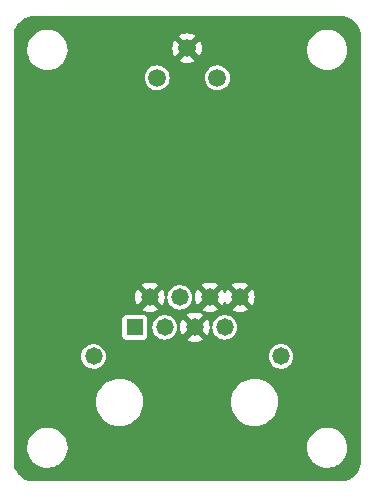
<source format=gbl>
%TF.GenerationSoftware,KiCad,Pcbnew,(6.0.4-0)*%
%TF.CreationDate,2022-07-19T19:10:53-04:00*%
%TF.ProjectId,PhotodiodeTIAVoltageReg,50686f74-6f64-4696-9f64-65544941566f,v01*%
%TF.SameCoordinates,Original*%
%TF.FileFunction,Copper,L2,Bot*%
%TF.FilePolarity,Positive*%
%FSLAX46Y46*%
G04 Gerber Fmt 4.6, Leading zero omitted, Abs format (unit mm)*
G04 Created by KiCad (PCBNEW (6.0.4-0)) date 2022-07-19 19:10:53*
%MOMM*%
%LPD*%
G01*
G04 APERTURE LIST*
%TA.AperFunction,ComponentPad*%
%ADD10R,1.478000X1.478000*%
%TD*%
%TA.AperFunction,ComponentPad*%
%ADD11C,1.478000*%
%TD*%
%TA.AperFunction,ComponentPad*%
%ADD12C,1.500000*%
%TD*%
%TA.AperFunction,ViaPad*%
%ADD13C,0.800000*%
%TD*%
G04 APERTURE END LIST*
D10*
%TO.P,J1,1*%
%TO.N,V+*%
X110555000Y-86655000D03*
D11*
%TO.P,J1,2*%
%TO.N,GND*%
X111825000Y-84115000D03*
%TO.P,J1,3*%
%TO.N,Vbias*%
X113095000Y-86655000D03*
%TO.P,J1,4*%
%TO.N,Vout*%
X114365000Y-84115000D03*
%TO.P,J1,5*%
%TO.N,GND*%
X115635000Y-86655000D03*
%TO.P,J1,6*%
X116905000Y-84115000D03*
%TO.P,J1,7*%
%TO.N,V-*%
X118175000Y-86655000D03*
%TO.P,J1,8*%
%TO.N,GND*%
X119445000Y-84115000D03*
%TO.P,J1,SH1*%
%TO.N,unconnected-(J1-PadSH1)*%
X107065000Y-89115000D03*
%TO.P,J1,SH2*%
%TO.N,unconnected-(J1-PadSH2)*%
X122935000Y-89115000D03*
%TD*%
D12*
%TO.P,U1,1,+*%
%TO.N,Net-(C6-Pad1)*%
X112450000Y-65532000D03*
%TO.P,U1,2,GND*%
%TO.N,GND*%
X115000000Y-63032000D03*
%TO.P,U1,3,-*%
%TO.N,Net-(C5-Pad1)*%
X117550000Y-65532000D03*
%TD*%
D13*
%TO.N,GND*%
X104749600Y-88036400D03*
X110300000Y-71250000D03*
X127310000Y-81480000D03*
X109770000Y-62560000D03*
X127440000Y-71880000D03*
X119030000Y-76960000D03*
X121110000Y-73330000D03*
X103590000Y-78900000D03*
X109830000Y-68700000D03*
X118830000Y-79040000D03*
X106210000Y-70780000D03*
X115380000Y-90200000D03*
X109080000Y-96870000D03*
X120930000Y-97040000D03*
X121510000Y-68700000D03*
X108420000Y-77160000D03*
X120580000Y-82210000D03*
X103581200Y-94157800D03*
X102430000Y-68160000D03*
X125510000Y-68100000D03*
%TD*%
%TA.AperFunction,Conductor*%
%TO.N,GND*%
G36*
X127984563Y-60302414D02*
G01*
X127989145Y-60303222D01*
X128000000Y-60305136D01*
X128010855Y-60303222D01*
X128021878Y-60303222D01*
X128021878Y-60303587D01*
X128034236Y-60302949D01*
X128130210Y-60309813D01*
X128232881Y-60317156D01*
X128250669Y-60319713D01*
X128418867Y-60356303D01*
X128469996Y-60367426D01*
X128487245Y-60372490D01*
X128697560Y-60450933D01*
X128713906Y-60458398D01*
X128910913Y-60565973D01*
X128926033Y-60575690D01*
X129105725Y-60710206D01*
X129119311Y-60721979D01*
X129278021Y-60880689D01*
X129289794Y-60894275D01*
X129424310Y-61073967D01*
X129434029Y-61089090D01*
X129541600Y-61286090D01*
X129549069Y-61302444D01*
X129627510Y-61512756D01*
X129632574Y-61530004D01*
X129674385Y-61722199D01*
X129680286Y-61749327D01*
X129682845Y-61767123D01*
X129697051Y-61965764D01*
X129696413Y-61978122D01*
X129696778Y-61978122D01*
X129696778Y-61989145D01*
X129694864Y-62000000D01*
X129696778Y-62010855D01*
X129697586Y-62015437D01*
X129699500Y-62037317D01*
X129699500Y-97962683D01*
X129697586Y-97984563D01*
X129694864Y-98000000D01*
X129696778Y-98010855D01*
X129696778Y-98021878D01*
X129696413Y-98021878D01*
X129697051Y-98034236D01*
X129682845Y-98232877D01*
X129680287Y-98250669D01*
X129657713Y-98354436D01*
X129632574Y-98469996D01*
X129627510Y-98487244D01*
X129549069Y-98697556D01*
X129541600Y-98713910D01*
X129434029Y-98910910D01*
X129424310Y-98926033D01*
X129289794Y-99105725D01*
X129278021Y-99119311D01*
X129119311Y-99278021D01*
X129105725Y-99289794D01*
X128926033Y-99424310D01*
X128910913Y-99434027D01*
X128713906Y-99541602D01*
X128697560Y-99549067D01*
X128527627Y-99612448D01*
X128487244Y-99627510D01*
X128469995Y-99632574D01*
X128250669Y-99680287D01*
X128232881Y-99682844D01*
X128130210Y-99690187D01*
X128034236Y-99697051D01*
X128021878Y-99696413D01*
X128021878Y-99696778D01*
X128010855Y-99696778D01*
X128000000Y-99694864D01*
X127989145Y-99696778D01*
X127984563Y-99697586D01*
X127962683Y-99699500D01*
X102037317Y-99699500D01*
X102015437Y-99697586D01*
X102010855Y-99696778D01*
X102000000Y-99694864D01*
X101989145Y-99696778D01*
X101978122Y-99696778D01*
X101978122Y-99696413D01*
X101965764Y-99697051D01*
X101869790Y-99690187D01*
X101767119Y-99682844D01*
X101749331Y-99680287D01*
X101530005Y-99632574D01*
X101512756Y-99627510D01*
X101472373Y-99612448D01*
X101302440Y-99549067D01*
X101286094Y-99541602D01*
X101089087Y-99434027D01*
X101073967Y-99424310D01*
X100894275Y-99289794D01*
X100880689Y-99278021D01*
X100721979Y-99119311D01*
X100710206Y-99105725D01*
X100575690Y-98926033D01*
X100565971Y-98910910D01*
X100458400Y-98713910D01*
X100450931Y-98697556D01*
X100372490Y-98487244D01*
X100367426Y-98469996D01*
X100342287Y-98354436D01*
X100319713Y-98250669D01*
X100317155Y-98232877D01*
X100302949Y-98034236D01*
X100303587Y-98021878D01*
X100303222Y-98021878D01*
X100303222Y-98010855D01*
X100305136Y-98000000D01*
X100302414Y-97984563D01*
X100300500Y-97962683D01*
X100300500Y-96795361D01*
X101455316Y-96795361D01*
X101456078Y-96811218D01*
X101467443Y-97047820D01*
X101516752Y-97295713D01*
X101518331Y-97300111D01*
X101518333Y-97300118D01*
X101576729Y-97462764D01*
X101602160Y-97533595D01*
X101721792Y-97756240D01*
X101724587Y-97759984D01*
X101724589Y-97759986D01*
X101870226Y-97955018D01*
X101870231Y-97955024D01*
X101873018Y-97958756D01*
X101876327Y-97962036D01*
X101876332Y-97962042D01*
X102049200Y-98133408D01*
X102052517Y-98136696D01*
X102056279Y-98139454D01*
X102056282Y-98139457D01*
X102207963Y-98250673D01*
X102256346Y-98286149D01*
X102260481Y-98288325D01*
X102260485Y-98288327D01*
X102377952Y-98350129D01*
X102480026Y-98403833D01*
X102718644Y-98487162D01*
X102723237Y-98488034D01*
X102962369Y-98533435D01*
X102962372Y-98533435D01*
X102966958Y-98534306D01*
X103087081Y-98539026D01*
X103214845Y-98544046D01*
X103214850Y-98544046D01*
X103219513Y-98544229D01*
X103297657Y-98535671D01*
X103466107Y-98517223D01*
X103466112Y-98517222D01*
X103470760Y-98516713D01*
X103579692Y-98488034D01*
X103710658Y-98453554D01*
X103710661Y-98453553D01*
X103715181Y-98452363D01*
X103947405Y-98352591D01*
X104054774Y-98286149D01*
X104158358Y-98222050D01*
X104158362Y-98222047D01*
X104162331Y-98219591D01*
X104256989Y-98139457D01*
X104351672Y-98059302D01*
X104351673Y-98059301D01*
X104355238Y-98056283D01*
X104427655Y-97973708D01*
X104518806Y-97869771D01*
X104518810Y-97869766D01*
X104521888Y-97866256D01*
X104535919Y-97844443D01*
X104656094Y-97657610D01*
X104656096Y-97657607D01*
X104658619Y-97653684D01*
X104762428Y-97423236D01*
X104831034Y-97179976D01*
X104847263Y-97052408D01*
X104862533Y-96932378D01*
X104862533Y-96932372D01*
X104862931Y-96929247D01*
X104865268Y-96840000D01*
X104861951Y-96795361D01*
X125135316Y-96795361D01*
X125136078Y-96811218D01*
X125147443Y-97047820D01*
X125196752Y-97295713D01*
X125198331Y-97300111D01*
X125198333Y-97300118D01*
X125256729Y-97462764D01*
X125282160Y-97533595D01*
X125401792Y-97756240D01*
X125404587Y-97759984D01*
X125404589Y-97759986D01*
X125550226Y-97955018D01*
X125550231Y-97955024D01*
X125553018Y-97958756D01*
X125556327Y-97962036D01*
X125556332Y-97962042D01*
X125729200Y-98133408D01*
X125732517Y-98136696D01*
X125736279Y-98139454D01*
X125736282Y-98139457D01*
X125887963Y-98250673D01*
X125936346Y-98286149D01*
X125940481Y-98288325D01*
X125940485Y-98288327D01*
X126057952Y-98350129D01*
X126160026Y-98403833D01*
X126398644Y-98487162D01*
X126403237Y-98488034D01*
X126642369Y-98533435D01*
X126642372Y-98533435D01*
X126646958Y-98534306D01*
X126767081Y-98539026D01*
X126894845Y-98544046D01*
X126894850Y-98544046D01*
X126899513Y-98544229D01*
X126977657Y-98535671D01*
X127146107Y-98517223D01*
X127146112Y-98517222D01*
X127150760Y-98516713D01*
X127259692Y-98488034D01*
X127390658Y-98453554D01*
X127390661Y-98453553D01*
X127395181Y-98452363D01*
X127627405Y-98352591D01*
X127734774Y-98286149D01*
X127838358Y-98222050D01*
X127838362Y-98222047D01*
X127842331Y-98219591D01*
X127936989Y-98139457D01*
X128031672Y-98059302D01*
X128031673Y-98059301D01*
X128035238Y-98056283D01*
X128107655Y-97973708D01*
X128198806Y-97869771D01*
X128198810Y-97869766D01*
X128201888Y-97866256D01*
X128215919Y-97844443D01*
X128336094Y-97657610D01*
X128336096Y-97657607D01*
X128338619Y-97653684D01*
X128442428Y-97423236D01*
X128511034Y-97179976D01*
X128527263Y-97052408D01*
X128542533Y-96932378D01*
X128542533Y-96932372D01*
X128542931Y-96929247D01*
X128545268Y-96840000D01*
X128526537Y-96587945D01*
X128470756Y-96341428D01*
X128452544Y-96294596D01*
X128380843Y-96110216D01*
X128380842Y-96110214D01*
X128379150Y-96105863D01*
X128253731Y-95886426D01*
X128143440Y-95746523D01*
X128100147Y-95691606D01*
X128100144Y-95691603D01*
X128097255Y-95687938D01*
X127913160Y-95514758D01*
X127705489Y-95370691D01*
X127701296Y-95368623D01*
X127482993Y-95260968D01*
X127482990Y-95260967D01*
X127478805Y-95258903D01*
X127434379Y-95244682D01*
X127382403Y-95228045D01*
X127238087Y-95181849D01*
X127233480Y-95181099D01*
X127233477Y-95181098D01*
X126993235Y-95141972D01*
X126993236Y-95141972D01*
X126988624Y-95141221D01*
X126866026Y-95139616D01*
X126740573Y-95137974D01*
X126740570Y-95137974D01*
X126735896Y-95137913D01*
X126485455Y-95171996D01*
X126480965Y-95173305D01*
X126480959Y-95173306D01*
X126377851Y-95203360D01*
X126242803Y-95242723D01*
X126238556Y-95244681D01*
X126238553Y-95244682D01*
X126203226Y-95260968D01*
X126013270Y-95348539D01*
X126009361Y-95351102D01*
X125805812Y-95484554D01*
X125805807Y-95484558D01*
X125801899Y-95487120D01*
X125613333Y-95655421D01*
X125451715Y-95849746D01*
X125320595Y-96065825D01*
X125318786Y-96070139D01*
X125318785Y-96070141D01*
X125303806Y-96105863D01*
X125222854Y-96298911D01*
X125160639Y-96543883D01*
X125135316Y-96795361D01*
X104861951Y-96795361D01*
X104846537Y-96587945D01*
X104790756Y-96341428D01*
X104772544Y-96294596D01*
X104700843Y-96110216D01*
X104700842Y-96110214D01*
X104699150Y-96105863D01*
X104573731Y-95886426D01*
X104463440Y-95746523D01*
X104420147Y-95691606D01*
X104420144Y-95691603D01*
X104417255Y-95687938D01*
X104233160Y-95514758D01*
X104025489Y-95370691D01*
X104021296Y-95368623D01*
X103802993Y-95260968D01*
X103802990Y-95260967D01*
X103798805Y-95258903D01*
X103754379Y-95244682D01*
X103702403Y-95228045D01*
X103558087Y-95181849D01*
X103553480Y-95181099D01*
X103553477Y-95181098D01*
X103313235Y-95141972D01*
X103313236Y-95141972D01*
X103308624Y-95141221D01*
X103186026Y-95139616D01*
X103060573Y-95137974D01*
X103060570Y-95137974D01*
X103055896Y-95137913D01*
X102805455Y-95171996D01*
X102800965Y-95173305D01*
X102800959Y-95173306D01*
X102697851Y-95203360D01*
X102562803Y-95242723D01*
X102558556Y-95244681D01*
X102558553Y-95244682D01*
X102523226Y-95260968D01*
X102333270Y-95348539D01*
X102329361Y-95351102D01*
X102125812Y-95484554D01*
X102125807Y-95484558D01*
X102121899Y-95487120D01*
X101933333Y-95655421D01*
X101771715Y-95849746D01*
X101640595Y-96065825D01*
X101638786Y-96070139D01*
X101638785Y-96070141D01*
X101623806Y-96105863D01*
X101542854Y-96298911D01*
X101480639Y-96543883D01*
X101455316Y-96795361D01*
X100300500Y-96795361D01*
X100300500Y-92973497D01*
X107279637Y-92973497D01*
X107279881Y-92977932D01*
X107279881Y-92977936D01*
X107283105Y-93036503D01*
X107295205Y-93256370D01*
X107350474Y-93534226D01*
X107351950Y-93538429D01*
X107373181Y-93598885D01*
X107444342Y-93801524D01*
X107446395Y-93805477D01*
X107446398Y-93805483D01*
X107520360Y-93947865D01*
X107574936Y-94052928D01*
X107577519Y-94056543D01*
X107577523Y-94056549D01*
X107610176Y-94102242D01*
X107739651Y-94283424D01*
X107742729Y-94286651D01*
X107742731Y-94286653D01*
X107785355Y-94331334D01*
X107935199Y-94488412D01*
X108157680Y-94663801D01*
X108267927Y-94727837D01*
X108398807Y-94803859D01*
X108398813Y-94803862D01*
X108402654Y-94806093D01*
X108665232Y-94912448D01*
X108669545Y-94913519D01*
X108669550Y-94913521D01*
X108935856Y-94979672D01*
X108935861Y-94979673D01*
X108940177Y-94980745D01*
X108944605Y-94981199D01*
X108944607Y-94981199D01*
X109020307Y-94988955D01*
X109181790Y-95005500D01*
X109357170Y-95005500D01*
X109567593Y-94990601D01*
X109571948Y-94989663D01*
X109571951Y-94989663D01*
X109840200Y-94931911D01*
X109840202Y-94931911D01*
X109844547Y-94930975D01*
X110110337Y-94832920D01*
X110359660Y-94698393D01*
X110587540Y-94530078D01*
X110789430Y-94331334D01*
X110792131Y-94327794D01*
X110792137Y-94327788D01*
X110958602Y-94109667D01*
X110958605Y-94109663D01*
X110961304Y-94106126D01*
X111099730Y-93858947D01*
X111121946Y-93801524D01*
X111200341Y-93598885D01*
X111200343Y-93598879D01*
X111201948Y-93594730D01*
X111265918Y-93318747D01*
X111290363Y-93036503D01*
X111287140Y-92977936D01*
X111286896Y-92973497D01*
X118709637Y-92973497D01*
X118709881Y-92977932D01*
X118709881Y-92977936D01*
X118713105Y-93036503D01*
X118725205Y-93256370D01*
X118780474Y-93534226D01*
X118781950Y-93538429D01*
X118803181Y-93598885D01*
X118874342Y-93801524D01*
X118876395Y-93805477D01*
X118876398Y-93805483D01*
X118950360Y-93947865D01*
X119004936Y-94052928D01*
X119007519Y-94056543D01*
X119007523Y-94056549D01*
X119040176Y-94102242D01*
X119169651Y-94283424D01*
X119172729Y-94286651D01*
X119172731Y-94286653D01*
X119215355Y-94331334D01*
X119365199Y-94488412D01*
X119587680Y-94663801D01*
X119697927Y-94727837D01*
X119828807Y-94803859D01*
X119828813Y-94803862D01*
X119832654Y-94806093D01*
X120095232Y-94912448D01*
X120099545Y-94913519D01*
X120099550Y-94913521D01*
X120365856Y-94979672D01*
X120365861Y-94979673D01*
X120370177Y-94980745D01*
X120374605Y-94981199D01*
X120374607Y-94981199D01*
X120450307Y-94988955D01*
X120611790Y-95005500D01*
X120787170Y-95005500D01*
X120997593Y-94990601D01*
X121001948Y-94989663D01*
X121001951Y-94989663D01*
X121270200Y-94931911D01*
X121270202Y-94931911D01*
X121274547Y-94930975D01*
X121540337Y-94832920D01*
X121789660Y-94698393D01*
X122017540Y-94530078D01*
X122219430Y-94331334D01*
X122222131Y-94327794D01*
X122222137Y-94327788D01*
X122388602Y-94109667D01*
X122388605Y-94109663D01*
X122391304Y-94106126D01*
X122529730Y-93858947D01*
X122551946Y-93801524D01*
X122630341Y-93598885D01*
X122630343Y-93598879D01*
X122631948Y-93594730D01*
X122695918Y-93318747D01*
X122720363Y-93036503D01*
X122717140Y-92977936D01*
X122705040Y-92758073D01*
X122705039Y-92758066D01*
X122704795Y-92753630D01*
X122649526Y-92475774D01*
X122628279Y-92415270D01*
X122557136Y-92212684D01*
X122557135Y-92212681D01*
X122555658Y-92208476D01*
X122553605Y-92204523D01*
X122553602Y-92204517D01*
X122427116Y-91961023D01*
X122425064Y-91957072D01*
X122422481Y-91953457D01*
X122422477Y-91953451D01*
X122342858Y-91842037D01*
X122260349Y-91726576D01*
X122218028Y-91682212D01*
X122067876Y-91524811D01*
X122067873Y-91524808D01*
X122064801Y-91521588D01*
X121842320Y-91346199D01*
X121732073Y-91282163D01*
X121601193Y-91206141D01*
X121601187Y-91206138D01*
X121597346Y-91203907D01*
X121334768Y-91097552D01*
X121330455Y-91096481D01*
X121330450Y-91096479D01*
X121064144Y-91030328D01*
X121064139Y-91030327D01*
X121059823Y-91029255D01*
X121055395Y-91028801D01*
X121055393Y-91028801D01*
X120960552Y-91019084D01*
X120818210Y-91004500D01*
X120642830Y-91004500D01*
X120432407Y-91019399D01*
X120428052Y-91020337D01*
X120428049Y-91020337D01*
X120159800Y-91078089D01*
X120159798Y-91078089D01*
X120155453Y-91079025D01*
X119889663Y-91177080D01*
X119640340Y-91311607D01*
X119412460Y-91479922D01*
X119210570Y-91678666D01*
X119207869Y-91682206D01*
X119207863Y-91682212D01*
X119171237Y-91730204D01*
X119038696Y-91903874D01*
X118900270Y-92151053D01*
X118898662Y-92155211D01*
X118898659Y-92155216D01*
X118799659Y-92411115D01*
X118798052Y-92415270D01*
X118734082Y-92691253D01*
X118709637Y-92973497D01*
X111286896Y-92973497D01*
X111275040Y-92758073D01*
X111275039Y-92758066D01*
X111274795Y-92753630D01*
X111219526Y-92475774D01*
X111198279Y-92415270D01*
X111127136Y-92212684D01*
X111127135Y-92212681D01*
X111125658Y-92208476D01*
X111123605Y-92204523D01*
X111123602Y-92204517D01*
X110997116Y-91961023D01*
X110995064Y-91957072D01*
X110992481Y-91953457D01*
X110992477Y-91953451D01*
X110912858Y-91842037D01*
X110830349Y-91726576D01*
X110788028Y-91682212D01*
X110637876Y-91524811D01*
X110637873Y-91524808D01*
X110634801Y-91521588D01*
X110412320Y-91346199D01*
X110302073Y-91282163D01*
X110171193Y-91206141D01*
X110171187Y-91206138D01*
X110167346Y-91203907D01*
X109904768Y-91097552D01*
X109900455Y-91096481D01*
X109900450Y-91096479D01*
X109634144Y-91030328D01*
X109634139Y-91030327D01*
X109629823Y-91029255D01*
X109625395Y-91028801D01*
X109625393Y-91028801D01*
X109530552Y-91019084D01*
X109388210Y-91004500D01*
X109212830Y-91004500D01*
X109002407Y-91019399D01*
X108998052Y-91020337D01*
X108998049Y-91020337D01*
X108729800Y-91078089D01*
X108729798Y-91078089D01*
X108725453Y-91079025D01*
X108459663Y-91177080D01*
X108210340Y-91311607D01*
X107982460Y-91479922D01*
X107780570Y-91678666D01*
X107777869Y-91682206D01*
X107777863Y-91682212D01*
X107741237Y-91730204D01*
X107608696Y-91903874D01*
X107470270Y-92151053D01*
X107468662Y-92155211D01*
X107468659Y-92155216D01*
X107369659Y-92411115D01*
X107368052Y-92415270D01*
X107304082Y-92691253D01*
X107279637Y-92973497D01*
X100300500Y-92973497D01*
X100300500Y-89100416D01*
X106020572Y-89100416D01*
X106037630Y-89303558D01*
X106093821Y-89499517D01*
X106187003Y-89680830D01*
X106190828Y-89685656D01*
X106190830Y-89685659D01*
X106309799Y-89835762D01*
X106309804Y-89835767D01*
X106313628Y-89840592D01*
X106468873Y-89972715D01*
X106646823Y-90072168D01*
X106840703Y-90135163D01*
X107043125Y-90159301D01*
X107049260Y-90158829D01*
X107049262Y-90158829D01*
X107240239Y-90144134D01*
X107240243Y-90144133D01*
X107246381Y-90143661D01*
X107442728Y-90088840D01*
X107624687Y-89996926D01*
X107785328Y-89871419D01*
X107789354Y-89866755D01*
X107789357Y-89866752D01*
X107914503Y-89721769D01*
X107914504Y-89721767D01*
X107918532Y-89717101D01*
X107963185Y-89638498D01*
X108016180Y-89545212D01*
X108016182Y-89545207D01*
X108019226Y-89539849D01*
X108083573Y-89346414D01*
X108089763Y-89297419D01*
X108108681Y-89147668D01*
X108108682Y-89147659D01*
X108109123Y-89144165D01*
X108109530Y-89115000D01*
X108108100Y-89100416D01*
X121890572Y-89100416D01*
X121907630Y-89303558D01*
X121963821Y-89499517D01*
X122057003Y-89680830D01*
X122060828Y-89685656D01*
X122060830Y-89685659D01*
X122179799Y-89835762D01*
X122179804Y-89835767D01*
X122183628Y-89840592D01*
X122338873Y-89972715D01*
X122516823Y-90072168D01*
X122710703Y-90135163D01*
X122913125Y-90159301D01*
X122919260Y-90158829D01*
X122919262Y-90158829D01*
X123110239Y-90144134D01*
X123110243Y-90144133D01*
X123116381Y-90143661D01*
X123312728Y-90088840D01*
X123494687Y-89996926D01*
X123655328Y-89871419D01*
X123659354Y-89866755D01*
X123659357Y-89866752D01*
X123784503Y-89721769D01*
X123784504Y-89721767D01*
X123788532Y-89717101D01*
X123833185Y-89638498D01*
X123886180Y-89545212D01*
X123886182Y-89545207D01*
X123889226Y-89539849D01*
X123953573Y-89346414D01*
X123959763Y-89297419D01*
X123978681Y-89147668D01*
X123978682Y-89147659D01*
X123979123Y-89144165D01*
X123979530Y-89115000D01*
X123959637Y-88912116D01*
X123900716Y-88716961D01*
X123805011Y-88536966D01*
X123676168Y-88378988D01*
X123608199Y-88322759D01*
X123523844Y-88252974D01*
X123523840Y-88252972D01*
X123519094Y-88249045D01*
X123339772Y-88152086D01*
X123242402Y-88121945D01*
X123150919Y-88093626D01*
X123150916Y-88093625D01*
X123145032Y-88091804D01*
X123138907Y-88091160D01*
X123138906Y-88091160D01*
X122948420Y-88071139D01*
X122948419Y-88071139D01*
X122942292Y-88070495D01*
X122815340Y-88082049D01*
X122745416Y-88088412D01*
X122745415Y-88088412D01*
X122739275Y-88088971D01*
X122733361Y-88090712D01*
X122733359Y-88090712D01*
X122601823Y-88129426D01*
X122543712Y-88146529D01*
X122538247Y-88149386D01*
X122368514Y-88238120D01*
X122368510Y-88238123D01*
X122363054Y-88240975D01*
X122204181Y-88368712D01*
X122073144Y-88524875D01*
X121974936Y-88703516D01*
X121913295Y-88897830D01*
X121890572Y-89100416D01*
X108108100Y-89100416D01*
X108089637Y-88912116D01*
X108030716Y-88716961D01*
X107935011Y-88536966D01*
X107806168Y-88378988D01*
X107738199Y-88322759D01*
X107653844Y-88252974D01*
X107653840Y-88252972D01*
X107649094Y-88249045D01*
X107469772Y-88152086D01*
X107372402Y-88121945D01*
X107280919Y-88093626D01*
X107280916Y-88093625D01*
X107275032Y-88091804D01*
X107268907Y-88091160D01*
X107268906Y-88091160D01*
X107078420Y-88071139D01*
X107078419Y-88071139D01*
X107072292Y-88070495D01*
X106945340Y-88082049D01*
X106875416Y-88088412D01*
X106875415Y-88088412D01*
X106869275Y-88088971D01*
X106863361Y-88090712D01*
X106863359Y-88090712D01*
X106731823Y-88129426D01*
X106673712Y-88146529D01*
X106668247Y-88149386D01*
X106498514Y-88238120D01*
X106498510Y-88238123D01*
X106493054Y-88240975D01*
X106334181Y-88368712D01*
X106203144Y-88524875D01*
X106104936Y-88703516D01*
X106043295Y-88897830D01*
X106020572Y-89100416D01*
X100300500Y-89100416D01*
X100300500Y-87438646D01*
X109515500Y-87438646D01*
X109518618Y-87464846D01*
X109522456Y-87473486D01*
X109522456Y-87473487D01*
X109541216Y-87515722D01*
X109564061Y-87567153D01*
X109643287Y-87646241D01*
X109653924Y-87650944D01*
X109653926Y-87650945D01*
X109704400Y-87673259D01*
X109745673Y-87691506D01*
X109771354Y-87694500D01*
X111338646Y-87694500D01*
X111342350Y-87694059D01*
X111342353Y-87694059D01*
X111349746Y-87693179D01*
X111364846Y-87691382D01*
X111382229Y-87683661D01*
X111456518Y-87650663D01*
X111467153Y-87645939D01*
X111486995Y-87626063D01*
X111538023Y-87574945D01*
X111546241Y-87566713D01*
X111561087Y-87533134D01*
X111587675Y-87472992D01*
X111591506Y-87464327D01*
X111594500Y-87438646D01*
X111594500Y-86640416D01*
X112050572Y-86640416D01*
X112067630Y-86843558D01*
X112079919Y-86886414D01*
X112120238Y-87027021D01*
X112123821Y-87039517D01*
X112217003Y-87220830D01*
X112220828Y-87225656D01*
X112220830Y-87225659D01*
X112339799Y-87375762D01*
X112339804Y-87375767D01*
X112343628Y-87380592D01*
X112498873Y-87512715D01*
X112676823Y-87612168D01*
X112870703Y-87675163D01*
X113073125Y-87699301D01*
X113079260Y-87698829D01*
X113079262Y-87698829D01*
X113099614Y-87697263D01*
X114957291Y-87697263D01*
X114966585Y-87709277D01*
X115004614Y-87735906D01*
X115014102Y-87741383D01*
X115201883Y-87828946D01*
X115212187Y-87832696D01*
X115412319Y-87886322D01*
X115423114Y-87888225D01*
X115629525Y-87906284D01*
X115640475Y-87906284D01*
X115846886Y-87888225D01*
X115857681Y-87886322D01*
X116057813Y-87832696D01*
X116068117Y-87828946D01*
X116255898Y-87741383D01*
X116265386Y-87735906D01*
X116304250Y-87708692D01*
X116312625Y-87698215D01*
X116305558Y-87684769D01*
X115647811Y-87027021D01*
X115633868Y-87019408D01*
X115632034Y-87019539D01*
X115625420Y-87023790D01*
X114963718Y-87685493D01*
X114957291Y-87697263D01*
X113099614Y-87697263D01*
X113270239Y-87684134D01*
X113270243Y-87684133D01*
X113276381Y-87683661D01*
X113472728Y-87628840D01*
X113654687Y-87536926D01*
X113815328Y-87411419D01*
X113819354Y-87406755D01*
X113819357Y-87406752D01*
X113944503Y-87261769D01*
X113944504Y-87261767D01*
X113948532Y-87257101D01*
X113993185Y-87178498D01*
X114046180Y-87085212D01*
X114046182Y-87085207D01*
X114049226Y-87079849D01*
X114113573Y-86886414D01*
X114137090Y-86700255D01*
X114154262Y-86660883D01*
X114153774Y-86659954D01*
X114369283Y-86659954D01*
X114386488Y-86695982D01*
X114387617Y-86705066D01*
X114401775Y-86866886D01*
X114403678Y-86877681D01*
X114457305Y-87077818D01*
X114461051Y-87088111D01*
X114548618Y-87275900D01*
X114554096Y-87285386D01*
X114581308Y-87324249D01*
X114591786Y-87332625D01*
X114605230Y-87325559D01*
X115262979Y-86667811D01*
X115269356Y-86656132D01*
X115999408Y-86656132D01*
X115999539Y-86657966D01*
X116003790Y-86664580D01*
X116665493Y-87326282D01*
X116677263Y-87332709D01*
X116689277Y-87323414D01*
X116715904Y-87285386D01*
X116721382Y-87275900D01*
X116808949Y-87088111D01*
X116812695Y-87077818D01*
X116866322Y-86877681D01*
X116868226Y-86866885D01*
X116883697Y-86690044D01*
X116898993Y-86650941D01*
X116898152Y-86649241D01*
X117118579Y-86649241D01*
X117132748Y-86676198D01*
X117134776Y-86690482D01*
X117147114Y-86837419D01*
X117147115Y-86837424D01*
X117147630Y-86843558D01*
X117159919Y-86886414D01*
X117200238Y-87027021D01*
X117203821Y-87039517D01*
X117297003Y-87220830D01*
X117300828Y-87225656D01*
X117300830Y-87225659D01*
X117419799Y-87375762D01*
X117419804Y-87375767D01*
X117423628Y-87380592D01*
X117578873Y-87512715D01*
X117756823Y-87612168D01*
X117950703Y-87675163D01*
X118153125Y-87699301D01*
X118159260Y-87698829D01*
X118159262Y-87698829D01*
X118350239Y-87684134D01*
X118350243Y-87684133D01*
X118356381Y-87683661D01*
X118552728Y-87628840D01*
X118734687Y-87536926D01*
X118895328Y-87411419D01*
X118899354Y-87406755D01*
X118899357Y-87406752D01*
X119024503Y-87261769D01*
X119024504Y-87261767D01*
X119028532Y-87257101D01*
X119073185Y-87178498D01*
X119126180Y-87085212D01*
X119126182Y-87085207D01*
X119129226Y-87079849D01*
X119193573Y-86886414D01*
X119216483Y-86705066D01*
X119218681Y-86687668D01*
X119218682Y-86687659D01*
X119219123Y-86684165D01*
X119219530Y-86655000D01*
X119199637Y-86452116D01*
X119140716Y-86256961D01*
X119045011Y-86076966D01*
X118916168Y-85918988D01*
X118838265Y-85854541D01*
X118763844Y-85792974D01*
X118763840Y-85792972D01*
X118759094Y-85789045D01*
X118579772Y-85692086D01*
X118473066Y-85659055D01*
X118390919Y-85633626D01*
X118390916Y-85633625D01*
X118385032Y-85631804D01*
X118378907Y-85631160D01*
X118378906Y-85631160D01*
X118188420Y-85611139D01*
X118188419Y-85611139D01*
X118182292Y-85610495D01*
X118055340Y-85622049D01*
X117985416Y-85628412D01*
X117985415Y-85628412D01*
X117979275Y-85628971D01*
X117973361Y-85630712D01*
X117973359Y-85630712D01*
X117876101Y-85659337D01*
X117783712Y-85686529D01*
X117778247Y-85689386D01*
X117608514Y-85778120D01*
X117608510Y-85778123D01*
X117603054Y-85780975D01*
X117598254Y-85784835D01*
X117598253Y-85784835D01*
X117490645Y-85871354D01*
X117444181Y-85908712D01*
X117313144Y-86064875D01*
X117214936Y-86243516D01*
X117153295Y-86437830D01*
X117152609Y-86443948D01*
X117152609Y-86443949D01*
X117133596Y-86613454D01*
X117118579Y-86649241D01*
X116898152Y-86649241D01*
X116884281Y-86621210D01*
X116882860Y-86610390D01*
X116868226Y-86443115D01*
X116866322Y-86432319D01*
X116812695Y-86232182D01*
X116808949Y-86221889D01*
X116721382Y-86034100D01*
X116715904Y-86024614D01*
X116688692Y-85985751D01*
X116678214Y-85977375D01*
X116664770Y-85984441D01*
X116007021Y-86642189D01*
X115999408Y-86656132D01*
X115269356Y-86656132D01*
X115270592Y-86653868D01*
X115270461Y-86652034D01*
X115266210Y-86645420D01*
X114604507Y-85983718D01*
X114592737Y-85977291D01*
X114580723Y-85986586D01*
X114554096Y-86024614D01*
X114548618Y-86034100D01*
X114461051Y-86221889D01*
X114457305Y-86232182D01*
X114403678Y-86432319D01*
X114401775Y-86443114D01*
X114386699Y-86615430D01*
X114369283Y-86659954D01*
X114153774Y-86659954D01*
X114137648Y-86629275D01*
X114135779Y-86616744D01*
X114120238Y-86458248D01*
X114119637Y-86452116D01*
X114060716Y-86256961D01*
X113965011Y-86076966D01*
X113836168Y-85918988D01*
X113758265Y-85854541D01*
X113683844Y-85792974D01*
X113683840Y-85792972D01*
X113679094Y-85789045D01*
X113499772Y-85692086D01*
X113393066Y-85659055D01*
X113310919Y-85633626D01*
X113310916Y-85633625D01*
X113305032Y-85631804D01*
X113298907Y-85631160D01*
X113298906Y-85631160D01*
X113114576Y-85611786D01*
X114957375Y-85611786D01*
X114964441Y-85625230D01*
X115622189Y-86282979D01*
X115636132Y-86290592D01*
X115637966Y-86290461D01*
X115644580Y-86286210D01*
X116306282Y-85624507D01*
X116312709Y-85612737D01*
X116303415Y-85600723D01*
X116265386Y-85574094D01*
X116255898Y-85568617D01*
X116068117Y-85481054D01*
X116057813Y-85477304D01*
X115857681Y-85423678D01*
X115846886Y-85421775D01*
X115640475Y-85403716D01*
X115629525Y-85403716D01*
X115423114Y-85421775D01*
X115412319Y-85423678D01*
X115212182Y-85477305D01*
X115201889Y-85481051D01*
X115014100Y-85568618D01*
X115004614Y-85574096D01*
X114965751Y-85601308D01*
X114957375Y-85611786D01*
X113114576Y-85611786D01*
X113108420Y-85611139D01*
X113108419Y-85611139D01*
X113102292Y-85610495D01*
X112975340Y-85622049D01*
X112905416Y-85628412D01*
X112905415Y-85628412D01*
X112899275Y-85628971D01*
X112893361Y-85630712D01*
X112893359Y-85630712D01*
X112796101Y-85659337D01*
X112703712Y-85686529D01*
X112698247Y-85689386D01*
X112528514Y-85778120D01*
X112528510Y-85778123D01*
X112523054Y-85780975D01*
X112518254Y-85784835D01*
X112518253Y-85784835D01*
X112410645Y-85871354D01*
X112364181Y-85908712D01*
X112233144Y-86064875D01*
X112134936Y-86243516D01*
X112073295Y-86437830D01*
X112050572Y-86640416D01*
X111594500Y-86640416D01*
X111594500Y-85871354D01*
X111591382Y-85845154D01*
X111565158Y-85786114D01*
X111550663Y-85753482D01*
X111545939Y-85742847D01*
X111466713Y-85663759D01*
X111456076Y-85659056D01*
X111456074Y-85659055D01*
X111394433Y-85631804D01*
X111364327Y-85618494D01*
X111338646Y-85615500D01*
X109771354Y-85615500D01*
X109767650Y-85615941D01*
X109767647Y-85615941D01*
X109760254Y-85616821D01*
X109745154Y-85618618D01*
X109736514Y-85622456D01*
X109736513Y-85622456D01*
X109715468Y-85631804D01*
X109642847Y-85664061D01*
X109634628Y-85672294D01*
X109634627Y-85672295D01*
X109614871Y-85692086D01*
X109563759Y-85743287D01*
X109559056Y-85753924D01*
X109559055Y-85753926D01*
X109544825Y-85786114D01*
X109518494Y-85845673D01*
X109515500Y-85871354D01*
X109515500Y-87438646D01*
X100300500Y-87438646D01*
X100300500Y-85157263D01*
X111147291Y-85157263D01*
X111156585Y-85169277D01*
X111194614Y-85195906D01*
X111204102Y-85201383D01*
X111391883Y-85288946D01*
X111402187Y-85292696D01*
X111602319Y-85346322D01*
X111613114Y-85348225D01*
X111819525Y-85366284D01*
X111830475Y-85366284D01*
X112036886Y-85348225D01*
X112047681Y-85346322D01*
X112247813Y-85292696D01*
X112258117Y-85288946D01*
X112445898Y-85201383D01*
X112455386Y-85195906D01*
X112494250Y-85168692D01*
X112502625Y-85158215D01*
X112495558Y-85144769D01*
X111837811Y-84487021D01*
X111823868Y-84479408D01*
X111822034Y-84479539D01*
X111815420Y-84483790D01*
X111153718Y-85145493D01*
X111147291Y-85157263D01*
X100300500Y-85157263D01*
X100300500Y-84120475D01*
X110573716Y-84120475D01*
X110591775Y-84326886D01*
X110593678Y-84337681D01*
X110647305Y-84537818D01*
X110651051Y-84548111D01*
X110738618Y-84735900D01*
X110744096Y-84745386D01*
X110771308Y-84784249D01*
X110781786Y-84792625D01*
X110795230Y-84785559D01*
X111452979Y-84127811D01*
X111459356Y-84116132D01*
X112189408Y-84116132D01*
X112189539Y-84117966D01*
X112193790Y-84124580D01*
X112855493Y-84786282D01*
X112867263Y-84792709D01*
X112879277Y-84783414D01*
X112905904Y-84745386D01*
X112911382Y-84735900D01*
X112998949Y-84548111D01*
X113002695Y-84537818D01*
X113056322Y-84337681D01*
X113058226Y-84326885D01*
X113073697Y-84150044D01*
X113088993Y-84110941D01*
X113088152Y-84109241D01*
X113308579Y-84109241D01*
X113322748Y-84136198D01*
X113324776Y-84150482D01*
X113337114Y-84297419D01*
X113337115Y-84297424D01*
X113337630Y-84303558D01*
X113349919Y-84346414D01*
X113390238Y-84487021D01*
X113393821Y-84499517D01*
X113487003Y-84680830D01*
X113490828Y-84685656D01*
X113490830Y-84685659D01*
X113609799Y-84835762D01*
X113609804Y-84835767D01*
X113613628Y-84840592D01*
X113768873Y-84972715D01*
X113946823Y-85072168D01*
X114140703Y-85135163D01*
X114343125Y-85159301D01*
X114349260Y-85158829D01*
X114349262Y-85158829D01*
X114369614Y-85157263D01*
X116227291Y-85157263D01*
X116236585Y-85169277D01*
X116274614Y-85195906D01*
X116284102Y-85201383D01*
X116471883Y-85288946D01*
X116482187Y-85292696D01*
X116682319Y-85346322D01*
X116693114Y-85348225D01*
X116899525Y-85366284D01*
X116910475Y-85366284D01*
X117116886Y-85348225D01*
X117127681Y-85346322D01*
X117327813Y-85292696D01*
X117338117Y-85288946D01*
X117525898Y-85201383D01*
X117535386Y-85195906D01*
X117574250Y-85168692D01*
X117582625Y-85158215D01*
X117582125Y-85157263D01*
X118767291Y-85157263D01*
X118776585Y-85169277D01*
X118814614Y-85195906D01*
X118824102Y-85201383D01*
X119011883Y-85288946D01*
X119022187Y-85292696D01*
X119222319Y-85346322D01*
X119233114Y-85348225D01*
X119439525Y-85366284D01*
X119450475Y-85366284D01*
X119656886Y-85348225D01*
X119667681Y-85346322D01*
X119867813Y-85292696D01*
X119878117Y-85288946D01*
X120065898Y-85201383D01*
X120075386Y-85195906D01*
X120114250Y-85168692D01*
X120122625Y-85158215D01*
X120115558Y-85144769D01*
X119457811Y-84487021D01*
X119443868Y-84479408D01*
X119442034Y-84479539D01*
X119435420Y-84483790D01*
X118773718Y-85145493D01*
X118767291Y-85157263D01*
X117582125Y-85157263D01*
X117575558Y-85144769D01*
X116917811Y-84487021D01*
X116903868Y-84479408D01*
X116902034Y-84479539D01*
X116895420Y-84483790D01*
X116233718Y-85145493D01*
X116227291Y-85157263D01*
X114369614Y-85157263D01*
X114540239Y-85144134D01*
X114540243Y-85144133D01*
X114546381Y-85143661D01*
X114742728Y-85088840D01*
X114924687Y-84996926D01*
X115085328Y-84871419D01*
X115089354Y-84866755D01*
X115089357Y-84866752D01*
X115214503Y-84721769D01*
X115214504Y-84721767D01*
X115218532Y-84717101D01*
X115292429Y-84587020D01*
X115316180Y-84545212D01*
X115316182Y-84545207D01*
X115319226Y-84539849D01*
X115383573Y-84346414D01*
X115407090Y-84160255D01*
X115424262Y-84120883D01*
X115423774Y-84119954D01*
X115639283Y-84119954D01*
X115656488Y-84155982D01*
X115657617Y-84165066D01*
X115671775Y-84326886D01*
X115673678Y-84337681D01*
X115727305Y-84537818D01*
X115731051Y-84548111D01*
X115818618Y-84735900D01*
X115824096Y-84745386D01*
X115851308Y-84784249D01*
X115861786Y-84792625D01*
X115875230Y-84785559D01*
X116532979Y-84127811D01*
X116539356Y-84116132D01*
X117269408Y-84116132D01*
X117269539Y-84117966D01*
X117273790Y-84124580D01*
X117935493Y-84786282D01*
X117947263Y-84792709D01*
X117959277Y-84783414D01*
X117985904Y-84745386D01*
X117991382Y-84735900D01*
X118060805Y-84587020D01*
X118107722Y-84533735D01*
X118175999Y-84514274D01*
X118243959Y-84534816D01*
X118289195Y-84587020D01*
X118358618Y-84735900D01*
X118364096Y-84745386D01*
X118391308Y-84784249D01*
X118401786Y-84792625D01*
X118415230Y-84785559D01*
X119072979Y-84127811D01*
X119079356Y-84116132D01*
X119809408Y-84116132D01*
X119809539Y-84117966D01*
X119813790Y-84124580D01*
X120475493Y-84786282D01*
X120487263Y-84792709D01*
X120499277Y-84783414D01*
X120525904Y-84745386D01*
X120531382Y-84735900D01*
X120618949Y-84548111D01*
X120622695Y-84537818D01*
X120676322Y-84337681D01*
X120678225Y-84326886D01*
X120696284Y-84120475D01*
X120696284Y-84109525D01*
X120678225Y-83903114D01*
X120676322Y-83892319D01*
X120622695Y-83692182D01*
X120618949Y-83681889D01*
X120531382Y-83494100D01*
X120525904Y-83484614D01*
X120498692Y-83445751D01*
X120488214Y-83437375D01*
X120474770Y-83444441D01*
X119817021Y-84102189D01*
X119809408Y-84116132D01*
X119079356Y-84116132D01*
X119080592Y-84113868D01*
X119080461Y-84112034D01*
X119076210Y-84105420D01*
X118414507Y-83443718D01*
X118402737Y-83437291D01*
X118390723Y-83446586D01*
X118364096Y-83484614D01*
X118358618Y-83494100D01*
X118289195Y-83642980D01*
X118242278Y-83696265D01*
X118174001Y-83715726D01*
X118106041Y-83695184D01*
X118060805Y-83642980D01*
X117991382Y-83494100D01*
X117985904Y-83484614D01*
X117958692Y-83445751D01*
X117948214Y-83437375D01*
X117934770Y-83444441D01*
X117277021Y-84102189D01*
X117269408Y-84116132D01*
X116539356Y-84116132D01*
X116540592Y-84113868D01*
X116540461Y-84112034D01*
X116536210Y-84105420D01*
X115874507Y-83443718D01*
X115862737Y-83437291D01*
X115850723Y-83446586D01*
X115824096Y-83484614D01*
X115818618Y-83494100D01*
X115731051Y-83681889D01*
X115727305Y-83692182D01*
X115673678Y-83892319D01*
X115671775Y-83903114D01*
X115656699Y-84075430D01*
X115639283Y-84119954D01*
X115423774Y-84119954D01*
X115407648Y-84089275D01*
X115405779Y-84076744D01*
X115390238Y-83918248D01*
X115389637Y-83912116D01*
X115330716Y-83716961D01*
X115235011Y-83536966D01*
X115106168Y-83378988D01*
X115038199Y-83322759D01*
X114953844Y-83252974D01*
X114953840Y-83252972D01*
X114949094Y-83249045D01*
X114769772Y-83152086D01*
X114672402Y-83121945D01*
X114580919Y-83093626D01*
X114580916Y-83093625D01*
X114575032Y-83091804D01*
X114568907Y-83091160D01*
X114568906Y-83091160D01*
X114384576Y-83071786D01*
X116227375Y-83071786D01*
X116234441Y-83085230D01*
X116892189Y-83742979D01*
X116906132Y-83750592D01*
X116907966Y-83750461D01*
X116914580Y-83746210D01*
X117576282Y-83084507D01*
X117582709Y-83072737D01*
X117581973Y-83071786D01*
X118767375Y-83071786D01*
X118774441Y-83085230D01*
X119432189Y-83742979D01*
X119446132Y-83750592D01*
X119447966Y-83750461D01*
X119454580Y-83746210D01*
X120116282Y-83084507D01*
X120122709Y-83072737D01*
X120113415Y-83060723D01*
X120075386Y-83034094D01*
X120065898Y-83028617D01*
X119878117Y-82941054D01*
X119867813Y-82937304D01*
X119667681Y-82883678D01*
X119656886Y-82881775D01*
X119450475Y-82863716D01*
X119439525Y-82863716D01*
X119233114Y-82881775D01*
X119222319Y-82883678D01*
X119022182Y-82937305D01*
X119011889Y-82941051D01*
X118824100Y-83028618D01*
X118814614Y-83034096D01*
X118775751Y-83061308D01*
X118767375Y-83071786D01*
X117581973Y-83071786D01*
X117573415Y-83060723D01*
X117535386Y-83034094D01*
X117525898Y-83028617D01*
X117338117Y-82941054D01*
X117327813Y-82937304D01*
X117127681Y-82883678D01*
X117116886Y-82881775D01*
X116910475Y-82863716D01*
X116899525Y-82863716D01*
X116693114Y-82881775D01*
X116682319Y-82883678D01*
X116482182Y-82937305D01*
X116471889Y-82941051D01*
X116284100Y-83028618D01*
X116274614Y-83034096D01*
X116235751Y-83061308D01*
X116227375Y-83071786D01*
X114384576Y-83071786D01*
X114378420Y-83071139D01*
X114378419Y-83071139D01*
X114372292Y-83070495D01*
X114245340Y-83082049D01*
X114175416Y-83088412D01*
X114175415Y-83088412D01*
X114169275Y-83088971D01*
X114163361Y-83090712D01*
X114163359Y-83090712D01*
X114031823Y-83129426D01*
X113973712Y-83146529D01*
X113968247Y-83149386D01*
X113798514Y-83238120D01*
X113798510Y-83238123D01*
X113793054Y-83240975D01*
X113634181Y-83368712D01*
X113503144Y-83524875D01*
X113404936Y-83703516D01*
X113403075Y-83709383D01*
X113403074Y-83709385D01*
X113400671Y-83716961D01*
X113343295Y-83897830D01*
X113342609Y-83903949D01*
X113323596Y-84073454D01*
X113308579Y-84109241D01*
X113088152Y-84109241D01*
X113074281Y-84081210D01*
X113072860Y-84070390D01*
X113058226Y-83903115D01*
X113056322Y-83892319D01*
X113002695Y-83692182D01*
X112998949Y-83681889D01*
X112911382Y-83494100D01*
X112905904Y-83484614D01*
X112878692Y-83445751D01*
X112868214Y-83437375D01*
X112854770Y-83444441D01*
X112197021Y-84102189D01*
X112189408Y-84116132D01*
X111459356Y-84116132D01*
X111460592Y-84113868D01*
X111460461Y-84112034D01*
X111456210Y-84105420D01*
X110794507Y-83443718D01*
X110782737Y-83437291D01*
X110770723Y-83446586D01*
X110744096Y-83484614D01*
X110738618Y-83494100D01*
X110651051Y-83681889D01*
X110647305Y-83692182D01*
X110593678Y-83892319D01*
X110591775Y-83903114D01*
X110573716Y-84109525D01*
X110573716Y-84120475D01*
X100300500Y-84120475D01*
X100300500Y-83071786D01*
X111147375Y-83071786D01*
X111154441Y-83085230D01*
X111812189Y-83742979D01*
X111826132Y-83750592D01*
X111827966Y-83750461D01*
X111834580Y-83746210D01*
X112496282Y-83084507D01*
X112502709Y-83072737D01*
X112493415Y-83060723D01*
X112455386Y-83034094D01*
X112445898Y-83028617D01*
X112258117Y-82941054D01*
X112247813Y-82937304D01*
X112047681Y-82883678D01*
X112036886Y-82881775D01*
X111830475Y-82863716D01*
X111819525Y-82863716D01*
X111613114Y-82881775D01*
X111602319Y-82883678D01*
X111402182Y-82937305D01*
X111391889Y-82941051D01*
X111204100Y-83028618D01*
X111194614Y-83034096D01*
X111155751Y-83061308D01*
X111147375Y-83071786D01*
X100300500Y-83071786D01*
X100300500Y-65517262D01*
X111394520Y-65517262D01*
X111411759Y-65722553D01*
X111468544Y-65920586D01*
X111471359Y-65926063D01*
X111471360Y-65926066D01*
X111492247Y-65966707D01*
X111562712Y-66103818D01*
X111690677Y-66265270D01*
X111847564Y-66398791D01*
X112027398Y-66499297D01*
X112122238Y-66530113D01*
X112217471Y-66561056D01*
X112217475Y-66561057D01*
X112223329Y-66562959D01*
X112427894Y-66587351D01*
X112434029Y-66586879D01*
X112434031Y-66586879D01*
X112490039Y-66582569D01*
X112633300Y-66571546D01*
X112639230Y-66569890D01*
X112639232Y-66569890D01*
X112825797Y-66517800D01*
X112825796Y-66517800D01*
X112831725Y-66516145D01*
X112837214Y-66513372D01*
X112837220Y-66513370D01*
X113010116Y-66426033D01*
X113015610Y-66423258D01*
X113177951Y-66296424D01*
X113312564Y-66140472D01*
X113333387Y-66103818D01*
X113411276Y-65966707D01*
X113414323Y-65961344D01*
X113479351Y-65765863D01*
X113505171Y-65561474D01*
X113505583Y-65532000D01*
X113504138Y-65517262D01*
X116494520Y-65517262D01*
X116511759Y-65722553D01*
X116568544Y-65920586D01*
X116571359Y-65926063D01*
X116571360Y-65926066D01*
X116592247Y-65966707D01*
X116662712Y-66103818D01*
X116790677Y-66265270D01*
X116947564Y-66398791D01*
X117127398Y-66499297D01*
X117222238Y-66530113D01*
X117317471Y-66561056D01*
X117317475Y-66561057D01*
X117323329Y-66562959D01*
X117527894Y-66587351D01*
X117534029Y-66586879D01*
X117534031Y-66586879D01*
X117590039Y-66582569D01*
X117733300Y-66571546D01*
X117739230Y-66569890D01*
X117739232Y-66569890D01*
X117925797Y-66517800D01*
X117925796Y-66517800D01*
X117931725Y-66516145D01*
X117937214Y-66513372D01*
X117937220Y-66513370D01*
X118110116Y-66426033D01*
X118115610Y-66423258D01*
X118277951Y-66296424D01*
X118412564Y-66140472D01*
X118433387Y-66103818D01*
X118511276Y-65966707D01*
X118514323Y-65961344D01*
X118579351Y-65765863D01*
X118605171Y-65561474D01*
X118605583Y-65532000D01*
X118585480Y-65326970D01*
X118525935Y-65129749D01*
X118429218Y-64947849D01*
X118352216Y-64853435D01*
X118302906Y-64792975D01*
X118302903Y-64792972D01*
X118299011Y-64788200D01*
X118281307Y-64773554D01*
X118145025Y-64660811D01*
X118145021Y-64660809D01*
X118140275Y-64656882D01*
X117959055Y-64558897D01*
X117762254Y-64497977D01*
X117756129Y-64497333D01*
X117756128Y-64497333D01*
X117563498Y-64477087D01*
X117563496Y-64477087D01*
X117557369Y-64476443D01*
X117470529Y-64484346D01*
X117358342Y-64494555D01*
X117358339Y-64494556D01*
X117352203Y-64495114D01*
X117154572Y-64553280D01*
X116972002Y-64648726D01*
X116967201Y-64652586D01*
X116967198Y-64652588D01*
X116878587Y-64723833D01*
X116811447Y-64777815D01*
X116679024Y-64935630D01*
X116676056Y-64941028D01*
X116676053Y-64941033D01*
X116669315Y-64953290D01*
X116579776Y-65116162D01*
X116517484Y-65312532D01*
X116516798Y-65318649D01*
X116516797Y-65318653D01*
X116495207Y-65511137D01*
X116494520Y-65517262D01*
X113504138Y-65517262D01*
X113485480Y-65326970D01*
X113425935Y-65129749D01*
X113329218Y-64947849D01*
X113252216Y-64853435D01*
X113202906Y-64792975D01*
X113202903Y-64792972D01*
X113199011Y-64788200D01*
X113181307Y-64773554D01*
X113045025Y-64660811D01*
X113045021Y-64660809D01*
X113040275Y-64656882D01*
X112859055Y-64558897D01*
X112662254Y-64497977D01*
X112656129Y-64497333D01*
X112656128Y-64497333D01*
X112463498Y-64477087D01*
X112463496Y-64477087D01*
X112457369Y-64476443D01*
X112370529Y-64484346D01*
X112258342Y-64494555D01*
X112258339Y-64494556D01*
X112252203Y-64495114D01*
X112054572Y-64553280D01*
X111872002Y-64648726D01*
X111867201Y-64652586D01*
X111867198Y-64652588D01*
X111778587Y-64723833D01*
X111711447Y-64777815D01*
X111579024Y-64935630D01*
X111576056Y-64941028D01*
X111576053Y-64941033D01*
X111569315Y-64953290D01*
X111479776Y-65116162D01*
X111417484Y-65312532D01*
X111416798Y-65318649D01*
X111416797Y-65318653D01*
X111395207Y-65511137D01*
X111394520Y-65517262D01*
X100300500Y-65517262D01*
X100300500Y-63115361D01*
X101455316Y-63115361D01*
X101456078Y-63131218D01*
X101467443Y-63367820D01*
X101516752Y-63615713D01*
X101518331Y-63620111D01*
X101518333Y-63620118D01*
X101576729Y-63782764D01*
X101602160Y-63853595D01*
X101721792Y-64076240D01*
X101724587Y-64079984D01*
X101724589Y-64079986D01*
X101870226Y-64275018D01*
X101870231Y-64275024D01*
X101873018Y-64278756D01*
X101876327Y-64282036D01*
X101876332Y-64282042D01*
X102049200Y-64453408D01*
X102052517Y-64456696D01*
X102056279Y-64459454D01*
X102056282Y-64459457D01*
X102181868Y-64551540D01*
X102256346Y-64606149D01*
X102260481Y-64608325D01*
X102260485Y-64608327D01*
X102331841Y-64645869D01*
X102480026Y-64723833D01*
X102613709Y-64770517D01*
X102678019Y-64792975D01*
X102718644Y-64807162D01*
X102723237Y-64808034D01*
X102962369Y-64853435D01*
X102962372Y-64853435D01*
X102966958Y-64854306D01*
X103087081Y-64859026D01*
X103214845Y-64864046D01*
X103214850Y-64864046D01*
X103219513Y-64864229D01*
X103297657Y-64855671D01*
X103466107Y-64837223D01*
X103466112Y-64837222D01*
X103470760Y-64836713D01*
X103588861Y-64805620D01*
X103710658Y-64773554D01*
X103710661Y-64773553D01*
X103715181Y-64772363D01*
X103947405Y-64672591D01*
X104054774Y-64606149D01*
X104158358Y-64542050D01*
X104158362Y-64542047D01*
X104162331Y-64539591D01*
X104256989Y-64459457D01*
X104351672Y-64379302D01*
X104351673Y-64379301D01*
X104355238Y-64376283D01*
X104437886Y-64282042D01*
X104518806Y-64189771D01*
X104518810Y-64189766D01*
X104521888Y-64186256D01*
X104559394Y-64127947D01*
X104588845Y-64082161D01*
X114314393Y-64082161D01*
X114323687Y-64094175D01*
X114364088Y-64122464D01*
X114373584Y-64127947D01*
X114563113Y-64216326D01*
X114573405Y-64220072D01*
X114775401Y-64274196D01*
X114786196Y-64276099D01*
X114994525Y-64294326D01*
X115005475Y-64294326D01*
X115213804Y-64276099D01*
X115224599Y-64274196D01*
X115426595Y-64220072D01*
X115436887Y-64216326D01*
X115626416Y-64127947D01*
X115635912Y-64122464D01*
X115677148Y-64093590D01*
X115685523Y-64083112D01*
X115678457Y-64069668D01*
X115012811Y-63404021D01*
X114998868Y-63396408D01*
X114997034Y-63396539D01*
X114990420Y-63400790D01*
X114320820Y-64070391D01*
X114314393Y-64082161D01*
X104588845Y-64082161D01*
X104656094Y-63977610D01*
X104656096Y-63977607D01*
X104658619Y-63973684D01*
X104762428Y-63743236D01*
X104831034Y-63499976D01*
X104847263Y-63372408D01*
X104862533Y-63252378D01*
X104862533Y-63252372D01*
X104862931Y-63249247D01*
X104865268Y-63160000D01*
X104856163Y-63037475D01*
X113737674Y-63037475D01*
X113755901Y-63245804D01*
X113757804Y-63256599D01*
X113811928Y-63458595D01*
X113815674Y-63468887D01*
X113904054Y-63658417D01*
X113909534Y-63667907D01*
X113938411Y-63709149D01*
X113948887Y-63717523D01*
X113962334Y-63710455D01*
X114627979Y-63044811D01*
X114634356Y-63033132D01*
X115364408Y-63033132D01*
X115364539Y-63034966D01*
X115368790Y-63041580D01*
X116038391Y-63711180D01*
X116050161Y-63717607D01*
X116062176Y-63708311D01*
X116090466Y-63667907D01*
X116095946Y-63658417D01*
X116184326Y-63468887D01*
X116188072Y-63458595D01*
X116242196Y-63256599D01*
X116244099Y-63245804D01*
X116255512Y-63115361D01*
X125135316Y-63115361D01*
X125136078Y-63131218D01*
X125147443Y-63367820D01*
X125196752Y-63615713D01*
X125198331Y-63620111D01*
X125198333Y-63620118D01*
X125256729Y-63782764D01*
X125282160Y-63853595D01*
X125401792Y-64076240D01*
X125404587Y-64079984D01*
X125404589Y-64079986D01*
X125550226Y-64275018D01*
X125550231Y-64275024D01*
X125553018Y-64278756D01*
X125556327Y-64282036D01*
X125556332Y-64282042D01*
X125729200Y-64453408D01*
X125732517Y-64456696D01*
X125736279Y-64459454D01*
X125736282Y-64459457D01*
X125861868Y-64551540D01*
X125936346Y-64606149D01*
X125940481Y-64608325D01*
X125940485Y-64608327D01*
X126011841Y-64645869D01*
X126160026Y-64723833D01*
X126293709Y-64770517D01*
X126358019Y-64792975D01*
X126398644Y-64807162D01*
X126403237Y-64808034D01*
X126642369Y-64853435D01*
X126642372Y-64853435D01*
X126646958Y-64854306D01*
X126767081Y-64859026D01*
X126894845Y-64864046D01*
X126894850Y-64864046D01*
X126899513Y-64864229D01*
X126977657Y-64855671D01*
X127146107Y-64837223D01*
X127146112Y-64837222D01*
X127150760Y-64836713D01*
X127268861Y-64805620D01*
X127390658Y-64773554D01*
X127390661Y-64773553D01*
X127395181Y-64772363D01*
X127627405Y-64672591D01*
X127734774Y-64606149D01*
X127838358Y-64542050D01*
X127838362Y-64542047D01*
X127842331Y-64539591D01*
X127936989Y-64459457D01*
X128031672Y-64379302D01*
X128031673Y-64379301D01*
X128035238Y-64376283D01*
X128117886Y-64282042D01*
X128198806Y-64189771D01*
X128198810Y-64189766D01*
X128201888Y-64186256D01*
X128239394Y-64127947D01*
X128336094Y-63977610D01*
X128336096Y-63977607D01*
X128338619Y-63973684D01*
X128442428Y-63743236D01*
X128511034Y-63499976D01*
X128527263Y-63372408D01*
X128542533Y-63252378D01*
X128542533Y-63252372D01*
X128542931Y-63249247D01*
X128545268Y-63160000D01*
X128526537Y-62907945D01*
X128470756Y-62661428D01*
X128444968Y-62595113D01*
X128380843Y-62430216D01*
X128380842Y-62430214D01*
X128379150Y-62425863D01*
X128253731Y-62206426D01*
X128143440Y-62066523D01*
X128100147Y-62011606D01*
X128100144Y-62011603D01*
X128097255Y-62007938D01*
X127913160Y-61834758D01*
X127765432Y-61732275D01*
X127709331Y-61693356D01*
X127709328Y-61693354D01*
X127705489Y-61690691D01*
X127701296Y-61688623D01*
X127482993Y-61580968D01*
X127482990Y-61580967D01*
X127478805Y-61578903D01*
X127434379Y-61564682D01*
X127382403Y-61548045D01*
X127238087Y-61501849D01*
X127233480Y-61501099D01*
X127233477Y-61501098D01*
X126993235Y-61461972D01*
X126993236Y-61461972D01*
X126988624Y-61461221D01*
X126866026Y-61459616D01*
X126740573Y-61457974D01*
X126740570Y-61457974D01*
X126735896Y-61457913D01*
X126485455Y-61491996D01*
X126480965Y-61493305D01*
X126480959Y-61493306D01*
X126385275Y-61521196D01*
X126242803Y-61562723D01*
X126238556Y-61564681D01*
X126238553Y-61564682D01*
X126203226Y-61580968D01*
X126013270Y-61668539D01*
X126009361Y-61671102D01*
X125805812Y-61804554D01*
X125805807Y-61804558D01*
X125801899Y-61807120D01*
X125613333Y-61975421D01*
X125451715Y-62169746D01*
X125320595Y-62385825D01*
X125318786Y-62390139D01*
X125318785Y-62390141D01*
X125228518Y-62605405D01*
X125222854Y-62618911D01*
X125221703Y-62623443D01*
X125221702Y-62623446D01*
X125192294Y-62739240D01*
X125160639Y-62863883D01*
X125135316Y-63115361D01*
X116255512Y-63115361D01*
X116262326Y-63037475D01*
X116262326Y-63026525D01*
X116244099Y-62818196D01*
X116242196Y-62807401D01*
X116188072Y-62605405D01*
X116184326Y-62595113D01*
X116095946Y-62405583D01*
X116090466Y-62396093D01*
X116061589Y-62354851D01*
X116051113Y-62346477D01*
X116037666Y-62353545D01*
X115372021Y-63019189D01*
X115364408Y-63033132D01*
X114634356Y-63033132D01*
X114635592Y-63030868D01*
X114635461Y-63029034D01*
X114631210Y-63022420D01*
X113961609Y-62352820D01*
X113949839Y-62346393D01*
X113937824Y-62355689D01*
X113909534Y-62396093D01*
X113904054Y-62405583D01*
X113815674Y-62595113D01*
X113811928Y-62605405D01*
X113757804Y-62807401D01*
X113755901Y-62818196D01*
X113737674Y-63026525D01*
X113737674Y-63037475D01*
X104856163Y-63037475D01*
X104846537Y-62907945D01*
X104790756Y-62661428D01*
X104764968Y-62595113D01*
X104700843Y-62430216D01*
X104700842Y-62430214D01*
X104699150Y-62425863D01*
X104573731Y-62206426D01*
X104463440Y-62066523D01*
X104420147Y-62011606D01*
X104420144Y-62011603D01*
X104417255Y-62007938D01*
X104388499Y-61980887D01*
X114314477Y-61980887D01*
X114321545Y-61994334D01*
X114987189Y-62659979D01*
X115001132Y-62667592D01*
X115002966Y-62667461D01*
X115009580Y-62663210D01*
X115679180Y-61993609D01*
X115685607Y-61981839D01*
X115676313Y-61969825D01*
X115635912Y-61941536D01*
X115626416Y-61936053D01*
X115436887Y-61847674D01*
X115426595Y-61843928D01*
X115224599Y-61789804D01*
X115213804Y-61787901D01*
X115005475Y-61769674D01*
X114994525Y-61769674D01*
X114786196Y-61787901D01*
X114775401Y-61789804D01*
X114573405Y-61843928D01*
X114563113Y-61847674D01*
X114373583Y-61936054D01*
X114364093Y-61941534D01*
X114322851Y-61970411D01*
X114314477Y-61980887D01*
X104388499Y-61980887D01*
X104233160Y-61834758D01*
X104085432Y-61732275D01*
X104029331Y-61693356D01*
X104029328Y-61693354D01*
X104025489Y-61690691D01*
X104021296Y-61688623D01*
X103802993Y-61580968D01*
X103802990Y-61580967D01*
X103798805Y-61578903D01*
X103754379Y-61564682D01*
X103702403Y-61548045D01*
X103558087Y-61501849D01*
X103553480Y-61501099D01*
X103553477Y-61501098D01*
X103313235Y-61461972D01*
X103313236Y-61461972D01*
X103308624Y-61461221D01*
X103186026Y-61459616D01*
X103060573Y-61457974D01*
X103060570Y-61457974D01*
X103055896Y-61457913D01*
X102805455Y-61491996D01*
X102800965Y-61493305D01*
X102800959Y-61493306D01*
X102705275Y-61521196D01*
X102562803Y-61562723D01*
X102558556Y-61564681D01*
X102558553Y-61564682D01*
X102523226Y-61580968D01*
X102333270Y-61668539D01*
X102329361Y-61671102D01*
X102125812Y-61804554D01*
X102125807Y-61804558D01*
X102121899Y-61807120D01*
X101933333Y-61975421D01*
X101771715Y-62169746D01*
X101640595Y-62385825D01*
X101638786Y-62390139D01*
X101638785Y-62390141D01*
X101548518Y-62605405D01*
X101542854Y-62618911D01*
X101541703Y-62623443D01*
X101541702Y-62623446D01*
X101512294Y-62739240D01*
X101480639Y-62863883D01*
X101455316Y-63115361D01*
X100300500Y-63115361D01*
X100300500Y-62037317D01*
X100302414Y-62015437D01*
X100303222Y-62010855D01*
X100305136Y-62000000D01*
X100303222Y-61989145D01*
X100303222Y-61978122D01*
X100303587Y-61978122D01*
X100302949Y-61965764D01*
X100317155Y-61767123D01*
X100319714Y-61749327D01*
X100325616Y-61722199D01*
X100367426Y-61530004D01*
X100372490Y-61512756D01*
X100450931Y-61302444D01*
X100458400Y-61286090D01*
X100565971Y-61089090D01*
X100575690Y-61073967D01*
X100710206Y-60894275D01*
X100721979Y-60880689D01*
X100880689Y-60721979D01*
X100894275Y-60710206D01*
X101073967Y-60575690D01*
X101089087Y-60565973D01*
X101286094Y-60458398D01*
X101302440Y-60450933D01*
X101512755Y-60372490D01*
X101530004Y-60367426D01*
X101581133Y-60356303D01*
X101749331Y-60319713D01*
X101767119Y-60317156D01*
X101869790Y-60309813D01*
X101965764Y-60302949D01*
X101978122Y-60303587D01*
X101978122Y-60303222D01*
X101989145Y-60303222D01*
X102000000Y-60305136D01*
X102015437Y-60302414D01*
X102037317Y-60300500D01*
X127962683Y-60300500D01*
X127984563Y-60302414D01*
G37*
%TD.AperFunction*%
%TD*%
M02*

</source>
